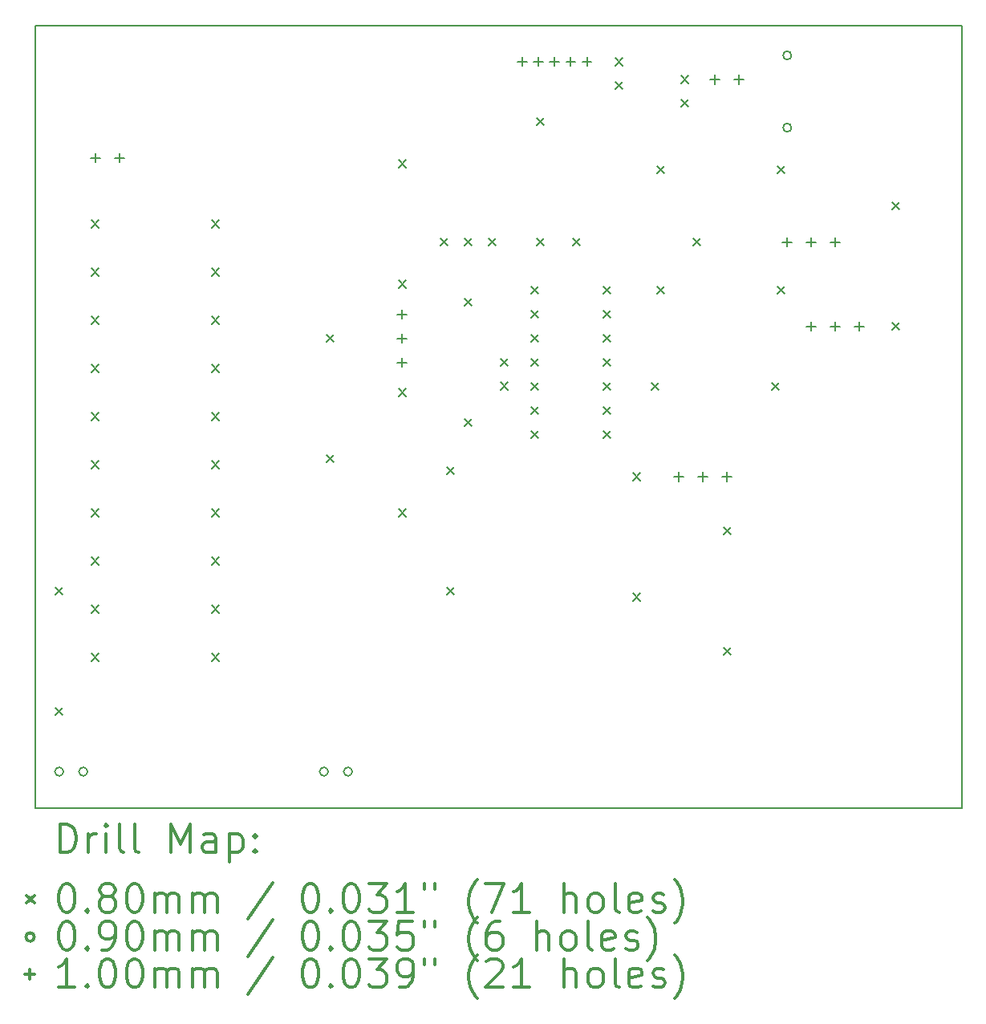
<source format=gbr>
%FSLAX45Y45*%
G04 Gerber Fmt 4.5, Leading zero omitted, Abs format (unit mm)*
G04 Created by KiCad (PCBNEW 4.0.7) date Mon Sep 25 09:44:31 2017*
%MOMM*%
%LPD*%
G01*
G04 APERTURE LIST*
%ADD10C,0.127000*%
%ADD11C,0.150000*%
%ADD12C,0.200000*%
%ADD13C,0.300000*%
G04 APERTURE END LIST*
D10*
D11*
X2032000Y-9906000D02*
X11811000Y-9906000D01*
X11811000Y-1651000D02*
X2032000Y-1651000D01*
X11811000Y-1651000D02*
X11811000Y-9906000D01*
X2032000Y-9906000D02*
X2032000Y-1651000D01*
X2032000Y-9906000D02*
X2032000Y-1651000D01*
D12*
X2246000Y-7580000D02*
X2326000Y-7660000D01*
X2326000Y-7580000D02*
X2246000Y-7660000D01*
X2246000Y-8850000D02*
X2326000Y-8930000D01*
X2326000Y-8850000D02*
X2246000Y-8930000D01*
X2627000Y-3706500D02*
X2707000Y-3786500D01*
X2707000Y-3706500D02*
X2627000Y-3786500D01*
X2627000Y-4214500D02*
X2707000Y-4294500D01*
X2707000Y-4214500D02*
X2627000Y-4294500D01*
X2627000Y-4722500D02*
X2707000Y-4802500D01*
X2707000Y-4722500D02*
X2627000Y-4802500D01*
X2627000Y-5230500D02*
X2707000Y-5310500D01*
X2707000Y-5230500D02*
X2627000Y-5310500D01*
X2627000Y-5738500D02*
X2707000Y-5818500D01*
X2707000Y-5738500D02*
X2627000Y-5818500D01*
X2627000Y-6246500D02*
X2707000Y-6326500D01*
X2707000Y-6246500D02*
X2627000Y-6326500D01*
X2627000Y-6754500D02*
X2707000Y-6834500D01*
X2707000Y-6754500D02*
X2627000Y-6834500D01*
X2627000Y-7262500D02*
X2707000Y-7342500D01*
X2707000Y-7262500D02*
X2627000Y-7342500D01*
X2627000Y-7770500D02*
X2707000Y-7850500D01*
X2707000Y-7770500D02*
X2627000Y-7850500D01*
X2627000Y-8278500D02*
X2707000Y-8358500D01*
X2707000Y-8278500D02*
X2627000Y-8358500D01*
X3897000Y-3706500D02*
X3977000Y-3786500D01*
X3977000Y-3706500D02*
X3897000Y-3786500D01*
X3897000Y-4214500D02*
X3977000Y-4294500D01*
X3977000Y-4214500D02*
X3897000Y-4294500D01*
X3897000Y-4722500D02*
X3977000Y-4802500D01*
X3977000Y-4722500D02*
X3897000Y-4802500D01*
X3897000Y-5230500D02*
X3977000Y-5310500D01*
X3977000Y-5230500D02*
X3897000Y-5310500D01*
X3897000Y-5738500D02*
X3977000Y-5818500D01*
X3977000Y-5738500D02*
X3897000Y-5818500D01*
X3897000Y-6246500D02*
X3977000Y-6326500D01*
X3977000Y-6246500D02*
X3897000Y-6326500D01*
X3897000Y-6754500D02*
X3977000Y-6834500D01*
X3977000Y-6754500D02*
X3897000Y-6834500D01*
X3897000Y-7262500D02*
X3977000Y-7342500D01*
X3977000Y-7262500D02*
X3897000Y-7342500D01*
X3897000Y-7770500D02*
X3977000Y-7850500D01*
X3977000Y-7770500D02*
X3897000Y-7850500D01*
X3897000Y-8278500D02*
X3977000Y-8358500D01*
X3977000Y-8278500D02*
X3897000Y-8358500D01*
X5103500Y-4913000D02*
X5183500Y-4993000D01*
X5183500Y-4913000D02*
X5103500Y-4993000D01*
X5103500Y-6183000D02*
X5183500Y-6263000D01*
X5183500Y-6183000D02*
X5103500Y-6263000D01*
X5865500Y-3071500D02*
X5945500Y-3151500D01*
X5945500Y-3071500D02*
X5865500Y-3151500D01*
X5865500Y-4341500D02*
X5945500Y-4421500D01*
X5945500Y-4341500D02*
X5865500Y-4421500D01*
X5865500Y-5484500D02*
X5945500Y-5564500D01*
X5945500Y-5484500D02*
X5865500Y-5564500D01*
X5865500Y-6754500D02*
X5945500Y-6834500D01*
X5945500Y-6754500D02*
X5865500Y-6834500D01*
X6310000Y-3897000D02*
X6390000Y-3977000D01*
X6390000Y-3897000D02*
X6310000Y-3977000D01*
X6373500Y-6310000D02*
X6453500Y-6390000D01*
X6453500Y-6310000D02*
X6373500Y-6390000D01*
X6373500Y-7580000D02*
X6453500Y-7660000D01*
X6453500Y-7580000D02*
X6373500Y-7660000D01*
X6564000Y-3897000D02*
X6644000Y-3977000D01*
X6644000Y-3897000D02*
X6564000Y-3977000D01*
X6564000Y-4532000D02*
X6644000Y-4612000D01*
X6644000Y-4532000D02*
X6564000Y-4612000D01*
X6564000Y-5802000D02*
X6644000Y-5882000D01*
X6644000Y-5802000D02*
X6564000Y-5882000D01*
X6818000Y-3897000D02*
X6898000Y-3977000D01*
X6898000Y-3897000D02*
X6818000Y-3977000D01*
X6945000Y-5167000D02*
X7025000Y-5247000D01*
X7025000Y-5167000D02*
X6945000Y-5247000D01*
X6945000Y-5417000D02*
X7025000Y-5497000D01*
X7025000Y-5417000D02*
X6945000Y-5497000D01*
X7262500Y-4405000D02*
X7342500Y-4485000D01*
X7342500Y-4405000D02*
X7262500Y-4485000D01*
X7262500Y-4659000D02*
X7342500Y-4739000D01*
X7342500Y-4659000D02*
X7262500Y-4739000D01*
X7262500Y-4913000D02*
X7342500Y-4993000D01*
X7342500Y-4913000D02*
X7262500Y-4993000D01*
X7262500Y-5167000D02*
X7342500Y-5247000D01*
X7342500Y-5167000D02*
X7262500Y-5247000D01*
X7262500Y-5421000D02*
X7342500Y-5501000D01*
X7342500Y-5421000D02*
X7262500Y-5501000D01*
X7262500Y-5675000D02*
X7342500Y-5755000D01*
X7342500Y-5675000D02*
X7262500Y-5755000D01*
X7262500Y-5929000D02*
X7342500Y-6009000D01*
X7342500Y-5929000D02*
X7262500Y-6009000D01*
X7326000Y-2627000D02*
X7406000Y-2707000D01*
X7406000Y-2627000D02*
X7326000Y-2707000D01*
X7326000Y-3897000D02*
X7406000Y-3977000D01*
X7406000Y-3897000D02*
X7326000Y-3977000D01*
X7707000Y-3897000D02*
X7787000Y-3977000D01*
X7787000Y-3897000D02*
X7707000Y-3977000D01*
X8024500Y-4405000D02*
X8104500Y-4485000D01*
X8104500Y-4405000D02*
X8024500Y-4485000D01*
X8024500Y-4659000D02*
X8104500Y-4739000D01*
X8104500Y-4659000D02*
X8024500Y-4739000D01*
X8024500Y-4913000D02*
X8104500Y-4993000D01*
X8104500Y-4913000D02*
X8024500Y-4993000D01*
X8024500Y-5167000D02*
X8104500Y-5247000D01*
X8104500Y-5167000D02*
X8024500Y-5247000D01*
X8024500Y-5421000D02*
X8104500Y-5501000D01*
X8104500Y-5421000D02*
X8024500Y-5501000D01*
X8024500Y-5675000D02*
X8104500Y-5755000D01*
X8104500Y-5675000D02*
X8024500Y-5755000D01*
X8024500Y-5929000D02*
X8104500Y-6009000D01*
X8104500Y-5929000D02*
X8024500Y-6009000D01*
X8151500Y-1996000D02*
X8231500Y-2076000D01*
X8231500Y-1996000D02*
X8151500Y-2076000D01*
X8151500Y-2246000D02*
X8231500Y-2326000D01*
X8231500Y-2246000D02*
X8151500Y-2326000D01*
X8342000Y-6373500D02*
X8422000Y-6453500D01*
X8422000Y-6373500D02*
X8342000Y-6453500D01*
X8342000Y-7643500D02*
X8422000Y-7723500D01*
X8422000Y-7643500D02*
X8342000Y-7723500D01*
X8532500Y-5421000D02*
X8612500Y-5501000D01*
X8612500Y-5421000D02*
X8532500Y-5501000D01*
X8596000Y-3135000D02*
X8676000Y-3215000D01*
X8676000Y-3135000D02*
X8596000Y-3215000D01*
X8596000Y-4405000D02*
X8676000Y-4485000D01*
X8676000Y-4405000D02*
X8596000Y-4485000D01*
X8850000Y-2182500D02*
X8930000Y-2262500D01*
X8930000Y-2182500D02*
X8850000Y-2262500D01*
X8850000Y-2432500D02*
X8930000Y-2512500D01*
X8930000Y-2432500D02*
X8850000Y-2512500D01*
X8977000Y-3897000D02*
X9057000Y-3977000D01*
X9057000Y-3897000D02*
X8977000Y-3977000D01*
X9294500Y-6945000D02*
X9374500Y-7025000D01*
X9374500Y-6945000D02*
X9294500Y-7025000D01*
X9294500Y-8215000D02*
X9374500Y-8295000D01*
X9374500Y-8215000D02*
X9294500Y-8295000D01*
X9802500Y-5421000D02*
X9882500Y-5501000D01*
X9882500Y-5421000D02*
X9802500Y-5501000D01*
X9866000Y-3135000D02*
X9946000Y-3215000D01*
X9946000Y-3135000D02*
X9866000Y-3215000D01*
X9866000Y-4405000D02*
X9946000Y-4485000D01*
X9946000Y-4405000D02*
X9866000Y-4485000D01*
X11072500Y-3516000D02*
X11152500Y-3596000D01*
X11152500Y-3516000D02*
X11072500Y-3596000D01*
X11072500Y-4786000D02*
X11152500Y-4866000D01*
X11152500Y-4786000D02*
X11072500Y-4866000D01*
X2331000Y-9525000D02*
G75*
G03X2331000Y-9525000I-45000J0D01*
G01*
X2585000Y-9525000D02*
G75*
G03X2585000Y-9525000I-45000J0D01*
G01*
X5125000Y-9525000D02*
G75*
G03X5125000Y-9525000I-45000J0D01*
G01*
X5379000Y-9525000D02*
G75*
G03X5379000Y-9525000I-45000J0D01*
G01*
X10014500Y-1968500D02*
G75*
G03X10014500Y-1968500I-45000J0D01*
G01*
X10014500Y-2730500D02*
G75*
G03X10014500Y-2730500I-45000J0D01*
G01*
X2667000Y-2998000D02*
X2667000Y-3098000D01*
X2617000Y-3048000D02*
X2717000Y-3048000D01*
X2921000Y-2998000D02*
X2921000Y-3098000D01*
X2871000Y-3048000D02*
X2971000Y-3048000D01*
X5905500Y-4649000D02*
X5905500Y-4749000D01*
X5855500Y-4699000D02*
X5955500Y-4699000D01*
X5905500Y-4903000D02*
X5905500Y-5003000D01*
X5855500Y-4953000D02*
X5955500Y-4953000D01*
X5905500Y-5157000D02*
X5905500Y-5257000D01*
X5855500Y-5207000D02*
X5955500Y-5207000D01*
X7175500Y-1982000D02*
X7175500Y-2082000D01*
X7125500Y-2032000D02*
X7225500Y-2032000D01*
X7345500Y-1982000D02*
X7345500Y-2082000D01*
X7295500Y-2032000D02*
X7395500Y-2032000D01*
X7515500Y-1982000D02*
X7515500Y-2082000D01*
X7465500Y-2032000D02*
X7565500Y-2032000D01*
X7685500Y-1982000D02*
X7685500Y-2082000D01*
X7635500Y-2032000D02*
X7735500Y-2032000D01*
X7855500Y-1982000D02*
X7855500Y-2082000D01*
X7805500Y-2032000D02*
X7905500Y-2032000D01*
X8826500Y-6363500D02*
X8826500Y-6463500D01*
X8776500Y-6413500D02*
X8876500Y-6413500D01*
X9080500Y-6363500D02*
X9080500Y-6463500D01*
X9030500Y-6413500D02*
X9130500Y-6413500D01*
X9207500Y-2172500D02*
X9207500Y-2272500D01*
X9157500Y-2222500D02*
X9257500Y-2222500D01*
X9334500Y-6363500D02*
X9334500Y-6463500D01*
X9284500Y-6413500D02*
X9384500Y-6413500D01*
X9461500Y-2172500D02*
X9461500Y-2272500D01*
X9411500Y-2222500D02*
X9511500Y-2222500D01*
X9969500Y-3887000D02*
X9969500Y-3987000D01*
X9919500Y-3937000D02*
X10019500Y-3937000D01*
X10223500Y-3887000D02*
X10223500Y-3987000D01*
X10173500Y-3937000D02*
X10273500Y-3937000D01*
X10223500Y-4776000D02*
X10223500Y-4876000D01*
X10173500Y-4826000D02*
X10273500Y-4826000D01*
X10477500Y-3887000D02*
X10477500Y-3987000D01*
X10427500Y-3937000D02*
X10527500Y-3937000D01*
X10477500Y-4776000D02*
X10477500Y-4876000D01*
X10427500Y-4826000D02*
X10527500Y-4826000D01*
X10731500Y-4776000D02*
X10731500Y-4876000D01*
X10681500Y-4826000D02*
X10781500Y-4826000D01*
D13*
X2295929Y-10379214D02*
X2295929Y-10079214D01*
X2367357Y-10079214D01*
X2410214Y-10093500D01*
X2438786Y-10122072D01*
X2453071Y-10150643D01*
X2467357Y-10207786D01*
X2467357Y-10250643D01*
X2453071Y-10307786D01*
X2438786Y-10336357D01*
X2410214Y-10364929D01*
X2367357Y-10379214D01*
X2295929Y-10379214D01*
X2595929Y-10379214D02*
X2595929Y-10179214D01*
X2595929Y-10236357D02*
X2610214Y-10207786D01*
X2624500Y-10193500D01*
X2653071Y-10179214D01*
X2681643Y-10179214D01*
X2781643Y-10379214D02*
X2781643Y-10179214D01*
X2781643Y-10079214D02*
X2767357Y-10093500D01*
X2781643Y-10107786D01*
X2795929Y-10093500D01*
X2781643Y-10079214D01*
X2781643Y-10107786D01*
X2967357Y-10379214D02*
X2938786Y-10364929D01*
X2924500Y-10336357D01*
X2924500Y-10079214D01*
X3124500Y-10379214D02*
X3095928Y-10364929D01*
X3081643Y-10336357D01*
X3081643Y-10079214D01*
X3467357Y-10379214D02*
X3467357Y-10079214D01*
X3567357Y-10293500D01*
X3667357Y-10079214D01*
X3667357Y-10379214D01*
X3938786Y-10379214D02*
X3938786Y-10222072D01*
X3924500Y-10193500D01*
X3895928Y-10179214D01*
X3838786Y-10179214D01*
X3810214Y-10193500D01*
X3938786Y-10364929D02*
X3910214Y-10379214D01*
X3838786Y-10379214D01*
X3810214Y-10364929D01*
X3795928Y-10336357D01*
X3795928Y-10307786D01*
X3810214Y-10279214D01*
X3838786Y-10264929D01*
X3910214Y-10264929D01*
X3938786Y-10250643D01*
X4081643Y-10179214D02*
X4081643Y-10479214D01*
X4081643Y-10193500D02*
X4110214Y-10179214D01*
X4167357Y-10179214D01*
X4195929Y-10193500D01*
X4210214Y-10207786D01*
X4224500Y-10236357D01*
X4224500Y-10322072D01*
X4210214Y-10350643D01*
X4195929Y-10364929D01*
X4167357Y-10379214D01*
X4110214Y-10379214D01*
X4081643Y-10364929D01*
X4353071Y-10350643D02*
X4367357Y-10364929D01*
X4353071Y-10379214D01*
X4338786Y-10364929D01*
X4353071Y-10350643D01*
X4353071Y-10379214D01*
X4353071Y-10193500D02*
X4367357Y-10207786D01*
X4353071Y-10222072D01*
X4338786Y-10207786D01*
X4353071Y-10193500D01*
X4353071Y-10222072D01*
X1944500Y-10833500D02*
X2024500Y-10913500D01*
X2024500Y-10833500D02*
X1944500Y-10913500D01*
X2353071Y-10709214D02*
X2381643Y-10709214D01*
X2410214Y-10723500D01*
X2424500Y-10737786D01*
X2438786Y-10766357D01*
X2453071Y-10823500D01*
X2453071Y-10894929D01*
X2438786Y-10952072D01*
X2424500Y-10980643D01*
X2410214Y-10994929D01*
X2381643Y-11009214D01*
X2353071Y-11009214D01*
X2324500Y-10994929D01*
X2310214Y-10980643D01*
X2295929Y-10952072D01*
X2281643Y-10894929D01*
X2281643Y-10823500D01*
X2295929Y-10766357D01*
X2310214Y-10737786D01*
X2324500Y-10723500D01*
X2353071Y-10709214D01*
X2581643Y-10980643D02*
X2595929Y-10994929D01*
X2581643Y-11009214D01*
X2567357Y-10994929D01*
X2581643Y-10980643D01*
X2581643Y-11009214D01*
X2767357Y-10837786D02*
X2738786Y-10823500D01*
X2724500Y-10809214D01*
X2710214Y-10780643D01*
X2710214Y-10766357D01*
X2724500Y-10737786D01*
X2738786Y-10723500D01*
X2767357Y-10709214D01*
X2824500Y-10709214D01*
X2853071Y-10723500D01*
X2867357Y-10737786D01*
X2881643Y-10766357D01*
X2881643Y-10780643D01*
X2867357Y-10809214D01*
X2853071Y-10823500D01*
X2824500Y-10837786D01*
X2767357Y-10837786D01*
X2738786Y-10852072D01*
X2724500Y-10866357D01*
X2710214Y-10894929D01*
X2710214Y-10952072D01*
X2724500Y-10980643D01*
X2738786Y-10994929D01*
X2767357Y-11009214D01*
X2824500Y-11009214D01*
X2853071Y-10994929D01*
X2867357Y-10980643D01*
X2881643Y-10952072D01*
X2881643Y-10894929D01*
X2867357Y-10866357D01*
X2853071Y-10852072D01*
X2824500Y-10837786D01*
X3067357Y-10709214D02*
X3095928Y-10709214D01*
X3124500Y-10723500D01*
X3138786Y-10737786D01*
X3153071Y-10766357D01*
X3167357Y-10823500D01*
X3167357Y-10894929D01*
X3153071Y-10952072D01*
X3138786Y-10980643D01*
X3124500Y-10994929D01*
X3095928Y-11009214D01*
X3067357Y-11009214D01*
X3038786Y-10994929D01*
X3024500Y-10980643D01*
X3010214Y-10952072D01*
X2995928Y-10894929D01*
X2995928Y-10823500D01*
X3010214Y-10766357D01*
X3024500Y-10737786D01*
X3038786Y-10723500D01*
X3067357Y-10709214D01*
X3295928Y-11009214D02*
X3295928Y-10809214D01*
X3295928Y-10837786D02*
X3310214Y-10823500D01*
X3338786Y-10809214D01*
X3381643Y-10809214D01*
X3410214Y-10823500D01*
X3424500Y-10852072D01*
X3424500Y-11009214D01*
X3424500Y-10852072D02*
X3438786Y-10823500D01*
X3467357Y-10809214D01*
X3510214Y-10809214D01*
X3538786Y-10823500D01*
X3553071Y-10852072D01*
X3553071Y-11009214D01*
X3695928Y-11009214D02*
X3695928Y-10809214D01*
X3695928Y-10837786D02*
X3710214Y-10823500D01*
X3738786Y-10809214D01*
X3781643Y-10809214D01*
X3810214Y-10823500D01*
X3824500Y-10852072D01*
X3824500Y-11009214D01*
X3824500Y-10852072D02*
X3838786Y-10823500D01*
X3867357Y-10809214D01*
X3910214Y-10809214D01*
X3938786Y-10823500D01*
X3953071Y-10852072D01*
X3953071Y-11009214D01*
X4538786Y-10694929D02*
X4281643Y-11080643D01*
X4924500Y-10709214D02*
X4953071Y-10709214D01*
X4981643Y-10723500D01*
X4995928Y-10737786D01*
X5010214Y-10766357D01*
X5024500Y-10823500D01*
X5024500Y-10894929D01*
X5010214Y-10952072D01*
X4995928Y-10980643D01*
X4981643Y-10994929D01*
X4953071Y-11009214D01*
X4924500Y-11009214D01*
X4895928Y-10994929D01*
X4881643Y-10980643D01*
X4867357Y-10952072D01*
X4853071Y-10894929D01*
X4853071Y-10823500D01*
X4867357Y-10766357D01*
X4881643Y-10737786D01*
X4895928Y-10723500D01*
X4924500Y-10709214D01*
X5153071Y-10980643D02*
X5167357Y-10994929D01*
X5153071Y-11009214D01*
X5138786Y-10994929D01*
X5153071Y-10980643D01*
X5153071Y-11009214D01*
X5353071Y-10709214D02*
X5381643Y-10709214D01*
X5410214Y-10723500D01*
X5424500Y-10737786D01*
X5438786Y-10766357D01*
X5453071Y-10823500D01*
X5453071Y-10894929D01*
X5438786Y-10952072D01*
X5424500Y-10980643D01*
X5410214Y-10994929D01*
X5381643Y-11009214D01*
X5353071Y-11009214D01*
X5324500Y-10994929D01*
X5310214Y-10980643D01*
X5295928Y-10952072D01*
X5281643Y-10894929D01*
X5281643Y-10823500D01*
X5295928Y-10766357D01*
X5310214Y-10737786D01*
X5324500Y-10723500D01*
X5353071Y-10709214D01*
X5553071Y-10709214D02*
X5738785Y-10709214D01*
X5638785Y-10823500D01*
X5681643Y-10823500D01*
X5710214Y-10837786D01*
X5724500Y-10852072D01*
X5738785Y-10880643D01*
X5738785Y-10952072D01*
X5724500Y-10980643D01*
X5710214Y-10994929D01*
X5681643Y-11009214D01*
X5595928Y-11009214D01*
X5567357Y-10994929D01*
X5553071Y-10980643D01*
X6024500Y-11009214D02*
X5853071Y-11009214D01*
X5938785Y-11009214D02*
X5938785Y-10709214D01*
X5910214Y-10752072D01*
X5881643Y-10780643D01*
X5853071Y-10794929D01*
X6138786Y-10709214D02*
X6138786Y-10766357D01*
X6253071Y-10709214D02*
X6253071Y-10766357D01*
X6695928Y-11123500D02*
X6681643Y-11109214D01*
X6653071Y-11066357D01*
X6638785Y-11037786D01*
X6624500Y-10994929D01*
X6610214Y-10923500D01*
X6610214Y-10866357D01*
X6624500Y-10794929D01*
X6638785Y-10752072D01*
X6653071Y-10723500D01*
X6681643Y-10680643D01*
X6695928Y-10666357D01*
X6781643Y-10709214D02*
X6981643Y-10709214D01*
X6853071Y-11009214D01*
X7253071Y-11009214D02*
X7081643Y-11009214D01*
X7167357Y-11009214D02*
X7167357Y-10709214D01*
X7138785Y-10752072D01*
X7110214Y-10780643D01*
X7081643Y-10794929D01*
X7610214Y-11009214D02*
X7610214Y-10709214D01*
X7738785Y-11009214D02*
X7738785Y-10852072D01*
X7724500Y-10823500D01*
X7695928Y-10809214D01*
X7653071Y-10809214D01*
X7624500Y-10823500D01*
X7610214Y-10837786D01*
X7924500Y-11009214D02*
X7895928Y-10994929D01*
X7881643Y-10980643D01*
X7867357Y-10952072D01*
X7867357Y-10866357D01*
X7881643Y-10837786D01*
X7895928Y-10823500D01*
X7924500Y-10809214D01*
X7967357Y-10809214D01*
X7995928Y-10823500D01*
X8010214Y-10837786D01*
X8024500Y-10866357D01*
X8024500Y-10952072D01*
X8010214Y-10980643D01*
X7995928Y-10994929D01*
X7967357Y-11009214D01*
X7924500Y-11009214D01*
X8195928Y-11009214D02*
X8167357Y-10994929D01*
X8153071Y-10966357D01*
X8153071Y-10709214D01*
X8424500Y-10994929D02*
X8395929Y-11009214D01*
X8338786Y-11009214D01*
X8310214Y-10994929D01*
X8295928Y-10966357D01*
X8295928Y-10852072D01*
X8310214Y-10823500D01*
X8338786Y-10809214D01*
X8395929Y-10809214D01*
X8424500Y-10823500D01*
X8438786Y-10852072D01*
X8438786Y-10880643D01*
X8295928Y-10909214D01*
X8553071Y-10994929D02*
X8581643Y-11009214D01*
X8638786Y-11009214D01*
X8667357Y-10994929D01*
X8681643Y-10966357D01*
X8681643Y-10952072D01*
X8667357Y-10923500D01*
X8638786Y-10909214D01*
X8595929Y-10909214D01*
X8567357Y-10894929D01*
X8553071Y-10866357D01*
X8553071Y-10852072D01*
X8567357Y-10823500D01*
X8595929Y-10809214D01*
X8638786Y-10809214D01*
X8667357Y-10823500D01*
X8781643Y-11123500D02*
X8795929Y-11109214D01*
X8824500Y-11066357D01*
X8838786Y-11037786D01*
X8853071Y-10994929D01*
X8867357Y-10923500D01*
X8867357Y-10866357D01*
X8853071Y-10794929D01*
X8838786Y-10752072D01*
X8824500Y-10723500D01*
X8795929Y-10680643D01*
X8781643Y-10666357D01*
X2024500Y-11269500D02*
G75*
G03X2024500Y-11269500I-45000J0D01*
G01*
X2353071Y-11105214D02*
X2381643Y-11105214D01*
X2410214Y-11119500D01*
X2424500Y-11133786D01*
X2438786Y-11162357D01*
X2453071Y-11219500D01*
X2453071Y-11290929D01*
X2438786Y-11348071D01*
X2424500Y-11376643D01*
X2410214Y-11390929D01*
X2381643Y-11405214D01*
X2353071Y-11405214D01*
X2324500Y-11390929D01*
X2310214Y-11376643D01*
X2295929Y-11348071D01*
X2281643Y-11290929D01*
X2281643Y-11219500D01*
X2295929Y-11162357D01*
X2310214Y-11133786D01*
X2324500Y-11119500D01*
X2353071Y-11105214D01*
X2581643Y-11376643D02*
X2595929Y-11390929D01*
X2581643Y-11405214D01*
X2567357Y-11390929D01*
X2581643Y-11376643D01*
X2581643Y-11405214D01*
X2738786Y-11405214D02*
X2795928Y-11405214D01*
X2824500Y-11390929D01*
X2838786Y-11376643D01*
X2867357Y-11333786D01*
X2881643Y-11276643D01*
X2881643Y-11162357D01*
X2867357Y-11133786D01*
X2853071Y-11119500D01*
X2824500Y-11105214D01*
X2767357Y-11105214D01*
X2738786Y-11119500D01*
X2724500Y-11133786D01*
X2710214Y-11162357D01*
X2710214Y-11233786D01*
X2724500Y-11262357D01*
X2738786Y-11276643D01*
X2767357Y-11290929D01*
X2824500Y-11290929D01*
X2853071Y-11276643D01*
X2867357Y-11262357D01*
X2881643Y-11233786D01*
X3067357Y-11105214D02*
X3095928Y-11105214D01*
X3124500Y-11119500D01*
X3138786Y-11133786D01*
X3153071Y-11162357D01*
X3167357Y-11219500D01*
X3167357Y-11290929D01*
X3153071Y-11348071D01*
X3138786Y-11376643D01*
X3124500Y-11390929D01*
X3095928Y-11405214D01*
X3067357Y-11405214D01*
X3038786Y-11390929D01*
X3024500Y-11376643D01*
X3010214Y-11348071D01*
X2995928Y-11290929D01*
X2995928Y-11219500D01*
X3010214Y-11162357D01*
X3024500Y-11133786D01*
X3038786Y-11119500D01*
X3067357Y-11105214D01*
X3295928Y-11405214D02*
X3295928Y-11205214D01*
X3295928Y-11233786D02*
X3310214Y-11219500D01*
X3338786Y-11205214D01*
X3381643Y-11205214D01*
X3410214Y-11219500D01*
X3424500Y-11248071D01*
X3424500Y-11405214D01*
X3424500Y-11248071D02*
X3438786Y-11219500D01*
X3467357Y-11205214D01*
X3510214Y-11205214D01*
X3538786Y-11219500D01*
X3553071Y-11248071D01*
X3553071Y-11405214D01*
X3695928Y-11405214D02*
X3695928Y-11205214D01*
X3695928Y-11233786D02*
X3710214Y-11219500D01*
X3738786Y-11205214D01*
X3781643Y-11205214D01*
X3810214Y-11219500D01*
X3824500Y-11248071D01*
X3824500Y-11405214D01*
X3824500Y-11248071D02*
X3838786Y-11219500D01*
X3867357Y-11205214D01*
X3910214Y-11205214D01*
X3938786Y-11219500D01*
X3953071Y-11248071D01*
X3953071Y-11405214D01*
X4538786Y-11090929D02*
X4281643Y-11476643D01*
X4924500Y-11105214D02*
X4953071Y-11105214D01*
X4981643Y-11119500D01*
X4995928Y-11133786D01*
X5010214Y-11162357D01*
X5024500Y-11219500D01*
X5024500Y-11290929D01*
X5010214Y-11348071D01*
X4995928Y-11376643D01*
X4981643Y-11390929D01*
X4953071Y-11405214D01*
X4924500Y-11405214D01*
X4895928Y-11390929D01*
X4881643Y-11376643D01*
X4867357Y-11348071D01*
X4853071Y-11290929D01*
X4853071Y-11219500D01*
X4867357Y-11162357D01*
X4881643Y-11133786D01*
X4895928Y-11119500D01*
X4924500Y-11105214D01*
X5153071Y-11376643D02*
X5167357Y-11390929D01*
X5153071Y-11405214D01*
X5138786Y-11390929D01*
X5153071Y-11376643D01*
X5153071Y-11405214D01*
X5353071Y-11105214D02*
X5381643Y-11105214D01*
X5410214Y-11119500D01*
X5424500Y-11133786D01*
X5438786Y-11162357D01*
X5453071Y-11219500D01*
X5453071Y-11290929D01*
X5438786Y-11348071D01*
X5424500Y-11376643D01*
X5410214Y-11390929D01*
X5381643Y-11405214D01*
X5353071Y-11405214D01*
X5324500Y-11390929D01*
X5310214Y-11376643D01*
X5295928Y-11348071D01*
X5281643Y-11290929D01*
X5281643Y-11219500D01*
X5295928Y-11162357D01*
X5310214Y-11133786D01*
X5324500Y-11119500D01*
X5353071Y-11105214D01*
X5553071Y-11105214D02*
X5738785Y-11105214D01*
X5638785Y-11219500D01*
X5681643Y-11219500D01*
X5710214Y-11233786D01*
X5724500Y-11248071D01*
X5738785Y-11276643D01*
X5738785Y-11348071D01*
X5724500Y-11376643D01*
X5710214Y-11390929D01*
X5681643Y-11405214D01*
X5595928Y-11405214D01*
X5567357Y-11390929D01*
X5553071Y-11376643D01*
X6010214Y-11105214D02*
X5867357Y-11105214D01*
X5853071Y-11248071D01*
X5867357Y-11233786D01*
X5895928Y-11219500D01*
X5967357Y-11219500D01*
X5995928Y-11233786D01*
X6010214Y-11248071D01*
X6024500Y-11276643D01*
X6024500Y-11348071D01*
X6010214Y-11376643D01*
X5995928Y-11390929D01*
X5967357Y-11405214D01*
X5895928Y-11405214D01*
X5867357Y-11390929D01*
X5853071Y-11376643D01*
X6138786Y-11105214D02*
X6138786Y-11162357D01*
X6253071Y-11105214D02*
X6253071Y-11162357D01*
X6695928Y-11519500D02*
X6681643Y-11505214D01*
X6653071Y-11462357D01*
X6638785Y-11433786D01*
X6624500Y-11390929D01*
X6610214Y-11319500D01*
X6610214Y-11262357D01*
X6624500Y-11190929D01*
X6638785Y-11148072D01*
X6653071Y-11119500D01*
X6681643Y-11076643D01*
X6695928Y-11062357D01*
X6938785Y-11105214D02*
X6881643Y-11105214D01*
X6853071Y-11119500D01*
X6838785Y-11133786D01*
X6810214Y-11176643D01*
X6795928Y-11233786D01*
X6795928Y-11348071D01*
X6810214Y-11376643D01*
X6824500Y-11390929D01*
X6853071Y-11405214D01*
X6910214Y-11405214D01*
X6938785Y-11390929D01*
X6953071Y-11376643D01*
X6967357Y-11348071D01*
X6967357Y-11276643D01*
X6953071Y-11248071D01*
X6938785Y-11233786D01*
X6910214Y-11219500D01*
X6853071Y-11219500D01*
X6824500Y-11233786D01*
X6810214Y-11248071D01*
X6795928Y-11276643D01*
X7324500Y-11405214D02*
X7324500Y-11105214D01*
X7453071Y-11405214D02*
X7453071Y-11248071D01*
X7438785Y-11219500D01*
X7410214Y-11205214D01*
X7367357Y-11205214D01*
X7338785Y-11219500D01*
X7324500Y-11233786D01*
X7638785Y-11405214D02*
X7610214Y-11390929D01*
X7595928Y-11376643D01*
X7581643Y-11348071D01*
X7581643Y-11262357D01*
X7595928Y-11233786D01*
X7610214Y-11219500D01*
X7638785Y-11205214D01*
X7681643Y-11205214D01*
X7710214Y-11219500D01*
X7724500Y-11233786D01*
X7738785Y-11262357D01*
X7738785Y-11348071D01*
X7724500Y-11376643D01*
X7710214Y-11390929D01*
X7681643Y-11405214D01*
X7638785Y-11405214D01*
X7910214Y-11405214D02*
X7881643Y-11390929D01*
X7867357Y-11362357D01*
X7867357Y-11105214D01*
X8138786Y-11390929D02*
X8110214Y-11405214D01*
X8053071Y-11405214D01*
X8024500Y-11390929D01*
X8010214Y-11362357D01*
X8010214Y-11248071D01*
X8024500Y-11219500D01*
X8053071Y-11205214D01*
X8110214Y-11205214D01*
X8138786Y-11219500D01*
X8153071Y-11248071D01*
X8153071Y-11276643D01*
X8010214Y-11305214D01*
X8267357Y-11390929D02*
X8295928Y-11405214D01*
X8353071Y-11405214D01*
X8381643Y-11390929D01*
X8395929Y-11362357D01*
X8395929Y-11348071D01*
X8381643Y-11319500D01*
X8353071Y-11305214D01*
X8310214Y-11305214D01*
X8281643Y-11290929D01*
X8267357Y-11262357D01*
X8267357Y-11248071D01*
X8281643Y-11219500D01*
X8310214Y-11205214D01*
X8353071Y-11205214D01*
X8381643Y-11219500D01*
X8495928Y-11519500D02*
X8510214Y-11505214D01*
X8538786Y-11462357D01*
X8553071Y-11433786D01*
X8567357Y-11390929D01*
X8581643Y-11319500D01*
X8581643Y-11262357D01*
X8567357Y-11190929D01*
X8553071Y-11148072D01*
X8538786Y-11119500D01*
X8510214Y-11076643D01*
X8495928Y-11062357D01*
X1974500Y-11615500D02*
X1974500Y-11715500D01*
X1924500Y-11665500D02*
X2024500Y-11665500D01*
X2453071Y-11801214D02*
X2281643Y-11801214D01*
X2367357Y-11801214D02*
X2367357Y-11501214D01*
X2338786Y-11544071D01*
X2310214Y-11572643D01*
X2281643Y-11586929D01*
X2581643Y-11772643D02*
X2595929Y-11786929D01*
X2581643Y-11801214D01*
X2567357Y-11786929D01*
X2581643Y-11772643D01*
X2581643Y-11801214D01*
X2781643Y-11501214D02*
X2810214Y-11501214D01*
X2838786Y-11515500D01*
X2853071Y-11529786D01*
X2867357Y-11558357D01*
X2881643Y-11615500D01*
X2881643Y-11686929D01*
X2867357Y-11744071D01*
X2853071Y-11772643D01*
X2838786Y-11786929D01*
X2810214Y-11801214D01*
X2781643Y-11801214D01*
X2753071Y-11786929D01*
X2738786Y-11772643D01*
X2724500Y-11744071D01*
X2710214Y-11686929D01*
X2710214Y-11615500D01*
X2724500Y-11558357D01*
X2738786Y-11529786D01*
X2753071Y-11515500D01*
X2781643Y-11501214D01*
X3067357Y-11501214D02*
X3095928Y-11501214D01*
X3124500Y-11515500D01*
X3138786Y-11529786D01*
X3153071Y-11558357D01*
X3167357Y-11615500D01*
X3167357Y-11686929D01*
X3153071Y-11744071D01*
X3138786Y-11772643D01*
X3124500Y-11786929D01*
X3095928Y-11801214D01*
X3067357Y-11801214D01*
X3038786Y-11786929D01*
X3024500Y-11772643D01*
X3010214Y-11744071D01*
X2995928Y-11686929D01*
X2995928Y-11615500D01*
X3010214Y-11558357D01*
X3024500Y-11529786D01*
X3038786Y-11515500D01*
X3067357Y-11501214D01*
X3295928Y-11801214D02*
X3295928Y-11601214D01*
X3295928Y-11629786D02*
X3310214Y-11615500D01*
X3338786Y-11601214D01*
X3381643Y-11601214D01*
X3410214Y-11615500D01*
X3424500Y-11644071D01*
X3424500Y-11801214D01*
X3424500Y-11644071D02*
X3438786Y-11615500D01*
X3467357Y-11601214D01*
X3510214Y-11601214D01*
X3538786Y-11615500D01*
X3553071Y-11644071D01*
X3553071Y-11801214D01*
X3695928Y-11801214D02*
X3695928Y-11601214D01*
X3695928Y-11629786D02*
X3710214Y-11615500D01*
X3738786Y-11601214D01*
X3781643Y-11601214D01*
X3810214Y-11615500D01*
X3824500Y-11644071D01*
X3824500Y-11801214D01*
X3824500Y-11644071D02*
X3838786Y-11615500D01*
X3867357Y-11601214D01*
X3910214Y-11601214D01*
X3938786Y-11615500D01*
X3953071Y-11644071D01*
X3953071Y-11801214D01*
X4538786Y-11486929D02*
X4281643Y-11872643D01*
X4924500Y-11501214D02*
X4953071Y-11501214D01*
X4981643Y-11515500D01*
X4995928Y-11529786D01*
X5010214Y-11558357D01*
X5024500Y-11615500D01*
X5024500Y-11686929D01*
X5010214Y-11744071D01*
X4995928Y-11772643D01*
X4981643Y-11786929D01*
X4953071Y-11801214D01*
X4924500Y-11801214D01*
X4895928Y-11786929D01*
X4881643Y-11772643D01*
X4867357Y-11744071D01*
X4853071Y-11686929D01*
X4853071Y-11615500D01*
X4867357Y-11558357D01*
X4881643Y-11529786D01*
X4895928Y-11515500D01*
X4924500Y-11501214D01*
X5153071Y-11772643D02*
X5167357Y-11786929D01*
X5153071Y-11801214D01*
X5138786Y-11786929D01*
X5153071Y-11772643D01*
X5153071Y-11801214D01*
X5353071Y-11501214D02*
X5381643Y-11501214D01*
X5410214Y-11515500D01*
X5424500Y-11529786D01*
X5438786Y-11558357D01*
X5453071Y-11615500D01*
X5453071Y-11686929D01*
X5438786Y-11744071D01*
X5424500Y-11772643D01*
X5410214Y-11786929D01*
X5381643Y-11801214D01*
X5353071Y-11801214D01*
X5324500Y-11786929D01*
X5310214Y-11772643D01*
X5295928Y-11744071D01*
X5281643Y-11686929D01*
X5281643Y-11615500D01*
X5295928Y-11558357D01*
X5310214Y-11529786D01*
X5324500Y-11515500D01*
X5353071Y-11501214D01*
X5553071Y-11501214D02*
X5738785Y-11501214D01*
X5638785Y-11615500D01*
X5681643Y-11615500D01*
X5710214Y-11629786D01*
X5724500Y-11644071D01*
X5738785Y-11672643D01*
X5738785Y-11744071D01*
X5724500Y-11772643D01*
X5710214Y-11786929D01*
X5681643Y-11801214D01*
X5595928Y-11801214D01*
X5567357Y-11786929D01*
X5553071Y-11772643D01*
X5881643Y-11801214D02*
X5938785Y-11801214D01*
X5967357Y-11786929D01*
X5981643Y-11772643D01*
X6010214Y-11729786D01*
X6024500Y-11672643D01*
X6024500Y-11558357D01*
X6010214Y-11529786D01*
X5995928Y-11515500D01*
X5967357Y-11501214D01*
X5910214Y-11501214D01*
X5881643Y-11515500D01*
X5867357Y-11529786D01*
X5853071Y-11558357D01*
X5853071Y-11629786D01*
X5867357Y-11658357D01*
X5881643Y-11672643D01*
X5910214Y-11686929D01*
X5967357Y-11686929D01*
X5995928Y-11672643D01*
X6010214Y-11658357D01*
X6024500Y-11629786D01*
X6138786Y-11501214D02*
X6138786Y-11558357D01*
X6253071Y-11501214D02*
X6253071Y-11558357D01*
X6695928Y-11915500D02*
X6681643Y-11901214D01*
X6653071Y-11858357D01*
X6638785Y-11829786D01*
X6624500Y-11786929D01*
X6610214Y-11715500D01*
X6610214Y-11658357D01*
X6624500Y-11586929D01*
X6638785Y-11544071D01*
X6653071Y-11515500D01*
X6681643Y-11472643D01*
X6695928Y-11458357D01*
X6795928Y-11529786D02*
X6810214Y-11515500D01*
X6838785Y-11501214D01*
X6910214Y-11501214D01*
X6938785Y-11515500D01*
X6953071Y-11529786D01*
X6967357Y-11558357D01*
X6967357Y-11586929D01*
X6953071Y-11629786D01*
X6781643Y-11801214D01*
X6967357Y-11801214D01*
X7253071Y-11801214D02*
X7081643Y-11801214D01*
X7167357Y-11801214D02*
X7167357Y-11501214D01*
X7138785Y-11544071D01*
X7110214Y-11572643D01*
X7081643Y-11586929D01*
X7610214Y-11801214D02*
X7610214Y-11501214D01*
X7738785Y-11801214D02*
X7738785Y-11644071D01*
X7724500Y-11615500D01*
X7695928Y-11601214D01*
X7653071Y-11601214D01*
X7624500Y-11615500D01*
X7610214Y-11629786D01*
X7924500Y-11801214D02*
X7895928Y-11786929D01*
X7881643Y-11772643D01*
X7867357Y-11744071D01*
X7867357Y-11658357D01*
X7881643Y-11629786D01*
X7895928Y-11615500D01*
X7924500Y-11601214D01*
X7967357Y-11601214D01*
X7995928Y-11615500D01*
X8010214Y-11629786D01*
X8024500Y-11658357D01*
X8024500Y-11744071D01*
X8010214Y-11772643D01*
X7995928Y-11786929D01*
X7967357Y-11801214D01*
X7924500Y-11801214D01*
X8195928Y-11801214D02*
X8167357Y-11786929D01*
X8153071Y-11758357D01*
X8153071Y-11501214D01*
X8424500Y-11786929D02*
X8395929Y-11801214D01*
X8338786Y-11801214D01*
X8310214Y-11786929D01*
X8295928Y-11758357D01*
X8295928Y-11644071D01*
X8310214Y-11615500D01*
X8338786Y-11601214D01*
X8395929Y-11601214D01*
X8424500Y-11615500D01*
X8438786Y-11644071D01*
X8438786Y-11672643D01*
X8295928Y-11701214D01*
X8553071Y-11786929D02*
X8581643Y-11801214D01*
X8638786Y-11801214D01*
X8667357Y-11786929D01*
X8681643Y-11758357D01*
X8681643Y-11744071D01*
X8667357Y-11715500D01*
X8638786Y-11701214D01*
X8595929Y-11701214D01*
X8567357Y-11686929D01*
X8553071Y-11658357D01*
X8553071Y-11644071D01*
X8567357Y-11615500D01*
X8595929Y-11601214D01*
X8638786Y-11601214D01*
X8667357Y-11615500D01*
X8781643Y-11915500D02*
X8795929Y-11901214D01*
X8824500Y-11858357D01*
X8838786Y-11829786D01*
X8853071Y-11786929D01*
X8867357Y-11715500D01*
X8867357Y-11658357D01*
X8853071Y-11586929D01*
X8838786Y-11544071D01*
X8824500Y-11515500D01*
X8795929Y-11472643D01*
X8781643Y-11458357D01*
M02*

</source>
